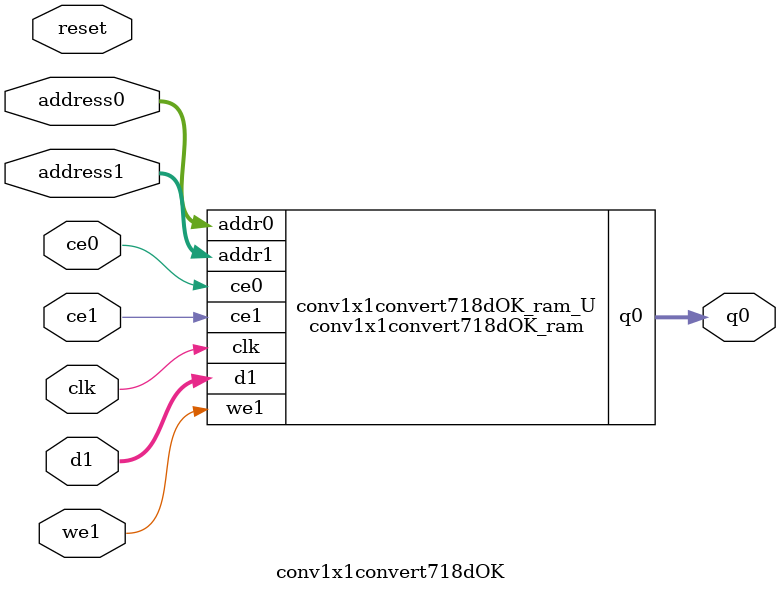
<source format=v>
`timescale 1 ns / 1 ps
module conv1x1convert718dOK_ram (addr0, ce0, q0, addr1, ce1, d1, we1,  clk);

parameter DWIDTH = 8;
parameter AWIDTH = 10;
parameter MEM_SIZE = 640;

input[AWIDTH-1:0] addr0;
input ce0;
output reg[DWIDTH-1:0] q0;
input[AWIDTH-1:0] addr1;
input ce1;
input[DWIDTH-1:0] d1;
input we1;
input clk;

(* ram_style = "block" *)reg [DWIDTH-1:0] ram[0:MEM_SIZE-1];




always @(posedge clk)  
begin 
    if (ce0) begin
        q0 <= ram[addr0];
    end
end


always @(posedge clk)  
begin 
    if (ce1) begin
        if (we1) 
            ram[addr1] <= d1; 
    end
end


endmodule

`timescale 1 ns / 1 ps
module conv1x1convert718dOK(
    reset,
    clk,
    address0,
    ce0,
    q0,
    address1,
    ce1,
    we1,
    d1);

parameter DataWidth = 32'd8;
parameter AddressRange = 32'd640;
parameter AddressWidth = 32'd10;
input reset;
input clk;
input[AddressWidth - 1:0] address0;
input ce0;
output[DataWidth - 1:0] q0;
input[AddressWidth - 1:0] address1;
input ce1;
input we1;
input[DataWidth - 1:0] d1;



conv1x1convert718dOK_ram conv1x1convert718dOK_ram_U(
    .clk( clk ),
    .addr0( address0 ),
    .ce0( ce0 ),
    .q0( q0 ),
    .addr1( address1 ),
    .ce1( ce1 ),
    .we1( we1 ),
    .d1( d1 ));

endmodule


</source>
